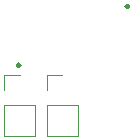
<source format=gbo>
G04 #@! TF.GenerationSoftware,KiCad,Pcbnew,9.0.2*
G04 #@! TF.CreationDate,2025-09-13T00:07:02-05:00*
G04 #@! TF.ProjectId,pcb-bulkplate-passthrough,7063622d-6275-46c6-9b70-6c6174652d70,V1.0*
G04 #@! TF.SameCoordinates,Original*
G04 #@! TF.FileFunction,Legend,Bot*
G04 #@! TF.FilePolarity,Positive*
%FSLAX46Y46*%
G04 Gerber Fmt 4.6, Leading zero omitted, Abs format (unit mm)*
G04 Created by KiCad (PCBNEW 9.0.2) date 2025-09-13 00:07:02*
%MOMM*%
%LPD*%
G01*
G04 APERTURE LIST*
%ADD10C,0.275000*%
%ADD11C,0.250000*%
%ADD12C,0.120000*%
G04 APERTURE END LIST*
D10*
X75537500Y-64900000D02*
G75*
G02*
X75262500Y-64900000I-137500J0D01*
G01*
X75262500Y-64900000D02*
G75*
G02*
X75537500Y-64900000I137500J0D01*
G01*
D11*
X84724996Y-59900000D02*
G75*
G02*
X84474996Y-59900000I-125000J0D01*
G01*
X84474996Y-59900000D02*
G75*
G02*
X84724996Y-59900000I125000J0D01*
G01*
D12*
X77770000Y-65670000D02*
X77770000Y-67000000D01*
X77770000Y-68270000D02*
X77770000Y-70870000D01*
X79100000Y-65670000D02*
X77770000Y-65670000D01*
X80430000Y-68270000D02*
X77770000Y-68270000D01*
X80430000Y-68270000D02*
X80430000Y-70870000D01*
X80430000Y-70870000D02*
X77770000Y-70870000D01*
X74145000Y-65670000D02*
X74145000Y-67000000D01*
X74145000Y-68270000D02*
X74145000Y-70870000D01*
X75475000Y-65670000D02*
X74145000Y-65670000D01*
X76805000Y-68270000D02*
X74145000Y-68270000D01*
X76805000Y-68270000D02*
X76805000Y-70870000D01*
X76805000Y-70870000D02*
X74145000Y-70870000D01*
M02*

</source>
